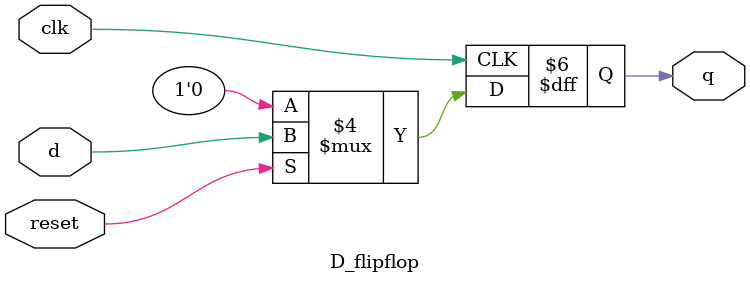
<source format=v>
module D_flipflop(clk,reset,d,q);
	input clk,reset,d;
	output q;
	reg q;
	always @ (posedge clk)
		begin
			if(!reset) q <= 0;
			else q = d;
		end
endmodule 
</source>
